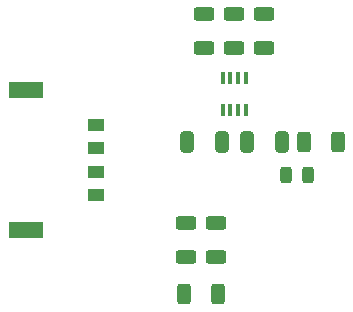
<source format=gbr>
%TF.GenerationSoftware,KiCad,Pcbnew,7.0.2*%
%TF.CreationDate,2024-06-22T20:38:36+05:30*%
%TF.ProjectId,EPS_SolarInput,4550535f-536f-46c6-9172-496e7075742e,v01*%
%TF.SameCoordinates,Original*%
%TF.FileFunction,Paste,Top*%
%TF.FilePolarity,Positive*%
%FSLAX46Y46*%
G04 Gerber Fmt 4.6, Leading zero omitted, Abs format (unit mm)*
G04 Created by KiCad (PCBNEW 7.0.2) date 2024-06-22 20:38:36*
%MOMM*%
%LPD*%
G01*
G04 APERTURE LIST*
G04 Aperture macros list*
%AMRoundRect*
0 Rectangle with rounded corners*
0 $1 Rounding radius*
0 $2 $3 $4 $5 $6 $7 $8 $9 X,Y pos of 4 corners*
0 Add a 4 corners polygon primitive as box body*
4,1,4,$2,$3,$4,$5,$6,$7,$8,$9,$2,$3,0*
0 Add four circle primitives for the rounded corners*
1,1,$1+$1,$2,$3*
1,1,$1+$1,$4,$5*
1,1,$1+$1,$6,$7*
1,1,$1+$1,$8,$9*
0 Add four rect primitives between the rounded corners*
20,1,$1+$1,$2,$3,$4,$5,0*
20,1,$1+$1,$4,$5,$6,$7,0*
20,1,$1+$1,$6,$7,$8,$9,0*
20,1,$1+$1,$8,$9,$2,$3,0*%
G04 Aperture macros list end*
%ADD10RoundRect,0.250000X0.325000X0.650000X-0.325000X0.650000X-0.325000X-0.650000X0.325000X-0.650000X0*%
%ADD11RoundRect,0.250000X-0.312500X-0.625000X0.312500X-0.625000X0.312500X0.625000X-0.312500X0.625000X0*%
%ADD12RoundRect,0.250000X0.625000X-0.312500X0.625000X0.312500X-0.625000X0.312500X-0.625000X-0.312500X0*%
%ADD13RoundRect,0.250000X-0.625000X0.312500X-0.625000X-0.312500X0.625000X-0.312500X0.625000X0.312500X0*%
%ADD14R,1.450000X1.100000*%
%ADD15R,2.899999X1.350000*%
%ADD16R,0.431800X1.003300*%
%ADD17RoundRect,0.243750X0.243750X0.456250X-0.243750X0.456250X-0.243750X-0.456250X0.243750X-0.456250X0*%
G04 APERTURE END LIST*
D10*
%TO.C,C2*%
X141175000Y-99060000D03*
X138225000Y-99060000D03*
%TD*%
D11*
%TO.C,R4*%
X151068500Y-99060000D03*
X148143500Y-99060000D03*
%TD*%
D12*
%TO.C,R2*%
X140716000Y-105918000D03*
X140716000Y-108843000D03*
%TD*%
D13*
%TO.C,R7*%
X139700000Y-88199500D03*
X139700000Y-91124500D03*
%TD*%
%TO.C,R6*%
X142240000Y-91124500D03*
X142240000Y-88199500D03*
%TD*%
D14*
%TO.C,J1*%
X130550000Y-97590350D03*
X130550000Y-99590351D03*
X130550000Y-101590350D03*
X130550000Y-103590351D03*
D15*
X124575001Y-94695352D03*
X124575001Y-106485349D03*
%TD*%
D16*
%TO.C,INA232*%
X141265021Y-96323150D03*
X141915007Y-96323150D03*
X142564993Y-96323150D03*
X143214979Y-96323150D03*
X143214979Y-93668850D03*
X142564993Y-93668850D03*
X141915007Y-93668850D03*
X141265021Y-93668850D03*
%TD*%
D11*
%TO.C,R3*%
X137983500Y-111952500D03*
X140908500Y-111952500D03*
%TD*%
D13*
%TO.C,R5*%
X144780000Y-88199500D03*
X144780000Y-91124500D03*
%TD*%
D10*
%TO.C,C1*%
X143305000Y-99060000D03*
X146255000Y-99060000D03*
%TD*%
D12*
%TO.C,R1*%
X138176000Y-108843000D03*
X138176000Y-105918000D03*
%TD*%
D17*
%TO.C,D1*%
X146636500Y-101854000D03*
X148511500Y-101854000D03*
%TD*%
M02*

</source>
